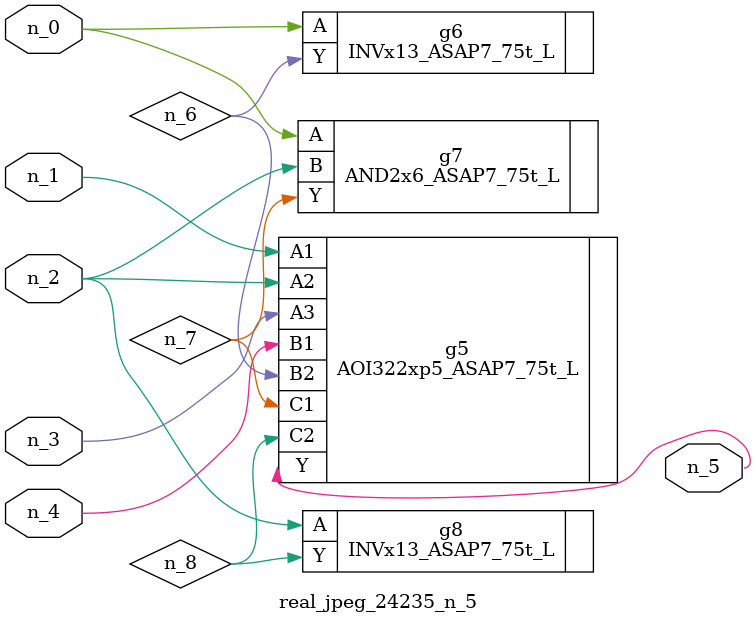
<source format=v>
module real_jpeg_24235_n_5 (n_4, n_0, n_1, n_2, n_3, n_5);

input n_4;
input n_0;
input n_1;
input n_2;
input n_3;

output n_5;

wire n_8;
wire n_6;
wire n_7;

INVx13_ASAP7_75t_L g6 ( 
.A(n_0),
.Y(n_6)
);

AND2x6_ASAP7_75t_L g7 ( 
.A(n_0),
.B(n_2),
.Y(n_7)
);

AOI322xp5_ASAP7_75t_L g5 ( 
.A1(n_1),
.A2(n_2),
.A3(n_3),
.B1(n_4),
.B2(n_6),
.C1(n_7),
.C2(n_8),
.Y(n_5)
);

INVx13_ASAP7_75t_L g8 ( 
.A(n_2),
.Y(n_8)
);


endmodule
</source>
